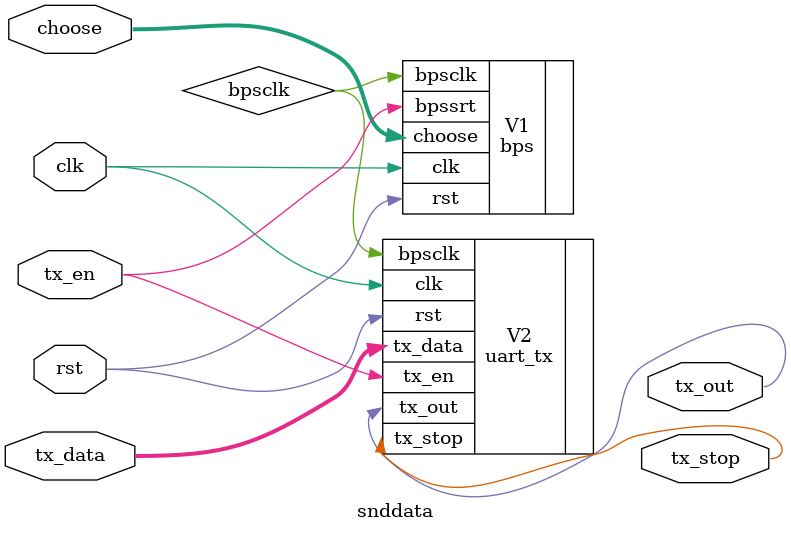
<source format=v>
module snddata(clk,rst,tx_data,tx_en,tx_stop,tx_out,choose);
	input clk,rst;
	input[7:0] tx_data;
	input tx_en;
	input[1:0] choose;
	output tx_stop;
	output tx_out;
	
	wire bpsclk;
	bps V1(.clk(clk),.rst(rst),.bpssrt(tx_en),.bpsclk(bpsclk),.choose(choose));
	uart_tx V2(.clk(clk),.rst(rst),.tx_en(tx_en),.tx_data(tx_data),.bpsclk(bpsclk),.tx_stop(tx_stop),.tx_out(tx_out));
endmodule

</source>
